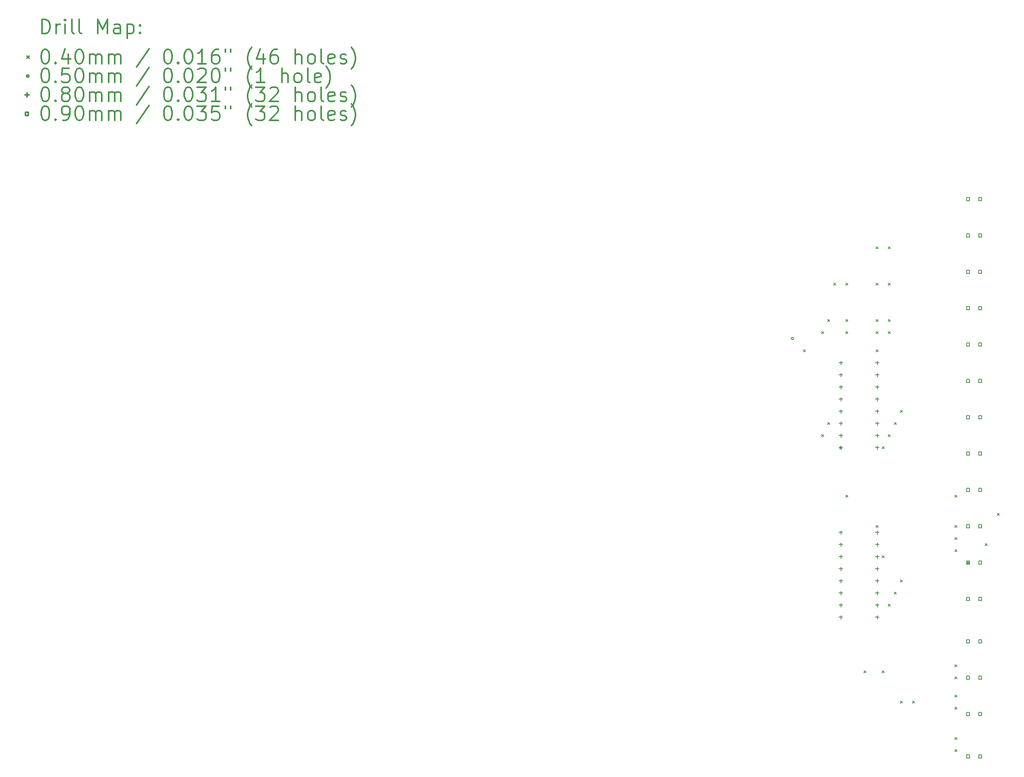
<source format=gbr>
%FSLAX45Y45*%
G04 Gerber Fmt 4.5, Leading zero omitted, Abs format (unit mm)*
G04 Created by KiCad (PCBNEW 4.0.7) date 03/23/18 20:36:35*
%MOMM*%
%LPD*%
G01*
G04 APERTURE LIST*
%ADD10C,0.127000*%
%ADD11C,0.200000*%
%ADD12C,0.300000*%
G04 APERTURE END LIST*
D10*
D11*
X16236000Y-7092000D02*
X16276000Y-7132000D01*
X16276000Y-7092000D02*
X16236000Y-7132000D01*
X16617000Y-6711000D02*
X16657000Y-6751000D01*
X16657000Y-6711000D02*
X16617000Y-6751000D01*
X16617000Y-8870000D02*
X16657000Y-8910000D01*
X16657000Y-8870000D02*
X16617000Y-8910000D01*
X16744000Y-6457000D02*
X16784000Y-6497000D01*
X16784000Y-6457000D02*
X16744000Y-6497000D01*
X16744000Y-8616000D02*
X16784000Y-8656000D01*
X16784000Y-8616000D02*
X16744000Y-8656000D01*
X16871000Y-5695000D02*
X16911000Y-5735000D01*
X16911000Y-5695000D02*
X16871000Y-5735000D01*
X16998000Y-9124000D02*
X17038000Y-9164000D01*
X17038000Y-9124000D02*
X16998000Y-9164000D01*
X17125000Y-5695000D02*
X17165000Y-5735000D01*
X17165000Y-5695000D02*
X17125000Y-5735000D01*
X17125000Y-6457000D02*
X17165000Y-6497000D01*
X17165000Y-6457000D02*
X17125000Y-6497000D01*
X17125000Y-6711000D02*
X17165000Y-6751000D01*
X17165000Y-6711000D02*
X17125000Y-6751000D01*
X17125000Y-10140000D02*
X17165000Y-10180000D01*
X17165000Y-10140000D02*
X17125000Y-10180000D01*
X17506000Y-13823000D02*
X17546000Y-13863000D01*
X17546000Y-13823000D02*
X17506000Y-13863000D01*
X17760000Y-4933000D02*
X17800000Y-4973000D01*
X17800000Y-4933000D02*
X17760000Y-4973000D01*
X17760000Y-5695000D02*
X17800000Y-5735000D01*
X17800000Y-5695000D02*
X17760000Y-5735000D01*
X17760000Y-6457000D02*
X17800000Y-6497000D01*
X17800000Y-6457000D02*
X17760000Y-6497000D01*
X17760000Y-6711000D02*
X17800000Y-6751000D01*
X17800000Y-6711000D02*
X17760000Y-6751000D01*
X17760000Y-7092000D02*
X17800000Y-7132000D01*
X17800000Y-7092000D02*
X17760000Y-7132000D01*
X17760000Y-10775000D02*
X17800000Y-10815000D01*
X17800000Y-10775000D02*
X17760000Y-10815000D01*
X17887000Y-9124000D02*
X17927000Y-9164000D01*
X17927000Y-9124000D02*
X17887000Y-9164000D01*
X17887000Y-11410000D02*
X17927000Y-11450000D01*
X17927000Y-11410000D02*
X17887000Y-11450000D01*
X17887000Y-13823000D02*
X17927000Y-13863000D01*
X17927000Y-13823000D02*
X17887000Y-13863000D01*
X18014000Y-4933000D02*
X18054000Y-4973000D01*
X18054000Y-4933000D02*
X18014000Y-4973000D01*
X18014000Y-5695000D02*
X18054000Y-5735000D01*
X18054000Y-5695000D02*
X18014000Y-5735000D01*
X18014000Y-6457000D02*
X18054000Y-6497000D01*
X18054000Y-6457000D02*
X18014000Y-6497000D01*
X18014000Y-6711000D02*
X18054000Y-6751000D01*
X18054000Y-6711000D02*
X18014000Y-6751000D01*
X18014000Y-8870000D02*
X18054000Y-8910000D01*
X18054000Y-8870000D02*
X18014000Y-8910000D01*
X18014000Y-12426000D02*
X18054000Y-12466000D01*
X18054000Y-12426000D02*
X18014000Y-12466000D01*
X18141000Y-8616000D02*
X18181000Y-8656000D01*
X18181000Y-8616000D02*
X18141000Y-8656000D01*
X18141000Y-12172000D02*
X18181000Y-12212000D01*
X18181000Y-12172000D02*
X18141000Y-12212000D01*
X18268000Y-8362000D02*
X18308000Y-8402000D01*
X18308000Y-8362000D02*
X18268000Y-8402000D01*
X18268000Y-11918000D02*
X18308000Y-11958000D01*
X18308000Y-11918000D02*
X18268000Y-11958000D01*
X18268000Y-14458000D02*
X18308000Y-14498000D01*
X18308000Y-14458000D02*
X18268000Y-14498000D01*
X18522000Y-14458000D02*
X18562000Y-14498000D01*
X18562000Y-14458000D02*
X18522000Y-14498000D01*
X19411000Y-10140000D02*
X19451000Y-10180000D01*
X19451000Y-10140000D02*
X19411000Y-10180000D01*
X19411000Y-10775000D02*
X19451000Y-10815000D01*
X19451000Y-10775000D02*
X19411000Y-10815000D01*
X19411000Y-11029000D02*
X19451000Y-11069000D01*
X19451000Y-11029000D02*
X19411000Y-11069000D01*
X19411000Y-11283000D02*
X19451000Y-11323000D01*
X19451000Y-11283000D02*
X19411000Y-11323000D01*
X19411000Y-13696000D02*
X19451000Y-13736000D01*
X19451000Y-13696000D02*
X19411000Y-13736000D01*
X19411000Y-13950000D02*
X19451000Y-13990000D01*
X19451000Y-13950000D02*
X19411000Y-13990000D01*
X19411000Y-14331000D02*
X19451000Y-14371000D01*
X19451000Y-14331000D02*
X19411000Y-14371000D01*
X19411000Y-14585000D02*
X19451000Y-14625000D01*
X19451000Y-14585000D02*
X19411000Y-14625000D01*
X19411000Y-15220000D02*
X19451000Y-15260000D01*
X19451000Y-15220000D02*
X19411000Y-15260000D01*
X19411000Y-15474000D02*
X19451000Y-15514000D01*
X19451000Y-15474000D02*
X19411000Y-15514000D01*
X19665000Y-11537000D02*
X19705000Y-11577000D01*
X19705000Y-11537000D02*
X19665000Y-11577000D01*
X20046000Y-11156000D02*
X20086000Y-11196000D01*
X20086000Y-11156000D02*
X20046000Y-11196000D01*
X20300000Y-10521000D02*
X20340000Y-10561000D01*
X20340000Y-10521000D02*
X20300000Y-10561000D01*
X16027000Y-6858000D02*
G75*
G03X16027000Y-6858000I-25000J0D01*
G01*
X17018000Y-7326000D02*
X17018000Y-7406000D01*
X16978000Y-7366000D02*
X17058000Y-7366000D01*
X17018000Y-7580000D02*
X17018000Y-7660000D01*
X16978000Y-7620000D02*
X17058000Y-7620000D01*
X17018000Y-7834000D02*
X17018000Y-7914000D01*
X16978000Y-7874000D02*
X17058000Y-7874000D01*
X17018000Y-8088000D02*
X17018000Y-8168000D01*
X16978000Y-8128000D02*
X17058000Y-8128000D01*
X17018000Y-8342000D02*
X17018000Y-8422000D01*
X16978000Y-8382000D02*
X17058000Y-8382000D01*
X17018000Y-8596000D02*
X17018000Y-8676000D01*
X16978000Y-8636000D02*
X17058000Y-8636000D01*
X17018000Y-8850000D02*
X17018000Y-8930000D01*
X16978000Y-8890000D02*
X17058000Y-8890000D01*
X17018000Y-9104000D02*
X17018000Y-9184000D01*
X16978000Y-9144000D02*
X17058000Y-9144000D01*
X17018000Y-10882000D02*
X17018000Y-10962000D01*
X16978000Y-10922000D02*
X17058000Y-10922000D01*
X17018000Y-11136000D02*
X17018000Y-11216000D01*
X16978000Y-11176000D02*
X17058000Y-11176000D01*
X17018000Y-11390000D02*
X17018000Y-11470000D01*
X16978000Y-11430000D02*
X17058000Y-11430000D01*
X17018000Y-11644000D02*
X17018000Y-11724000D01*
X16978000Y-11684000D02*
X17058000Y-11684000D01*
X17018000Y-11898000D02*
X17018000Y-11978000D01*
X16978000Y-11938000D02*
X17058000Y-11938000D01*
X17018000Y-12152000D02*
X17018000Y-12232000D01*
X16978000Y-12192000D02*
X17058000Y-12192000D01*
X17018000Y-12406000D02*
X17018000Y-12486000D01*
X16978000Y-12446000D02*
X17058000Y-12446000D01*
X17018000Y-12660000D02*
X17018000Y-12740000D01*
X16978000Y-12700000D02*
X17058000Y-12700000D01*
X17780000Y-7326000D02*
X17780000Y-7406000D01*
X17740000Y-7366000D02*
X17820000Y-7366000D01*
X17780000Y-7580000D02*
X17780000Y-7660000D01*
X17740000Y-7620000D02*
X17820000Y-7620000D01*
X17780000Y-7834000D02*
X17780000Y-7914000D01*
X17740000Y-7874000D02*
X17820000Y-7874000D01*
X17780000Y-8088000D02*
X17780000Y-8168000D01*
X17740000Y-8128000D02*
X17820000Y-8128000D01*
X17780000Y-8342000D02*
X17780000Y-8422000D01*
X17740000Y-8382000D02*
X17820000Y-8382000D01*
X17780000Y-8596000D02*
X17780000Y-8676000D01*
X17740000Y-8636000D02*
X17820000Y-8636000D01*
X17780000Y-8850000D02*
X17780000Y-8930000D01*
X17740000Y-8890000D02*
X17820000Y-8890000D01*
X17780000Y-9104000D02*
X17780000Y-9184000D01*
X17740000Y-9144000D02*
X17820000Y-9144000D01*
X17780000Y-10882000D02*
X17780000Y-10962000D01*
X17740000Y-10922000D02*
X17820000Y-10922000D01*
X17780000Y-11136000D02*
X17780000Y-11216000D01*
X17740000Y-11176000D02*
X17820000Y-11176000D01*
X17780000Y-11390000D02*
X17780000Y-11470000D01*
X17740000Y-11430000D02*
X17820000Y-11430000D01*
X17780000Y-11644000D02*
X17780000Y-11724000D01*
X17740000Y-11684000D02*
X17820000Y-11684000D01*
X17780000Y-11898000D02*
X17780000Y-11978000D01*
X17740000Y-11938000D02*
X17820000Y-11938000D01*
X17780000Y-12152000D02*
X17780000Y-12232000D01*
X17740000Y-12192000D02*
X17820000Y-12192000D01*
X17780000Y-12406000D02*
X17780000Y-12486000D01*
X17740000Y-12446000D02*
X17820000Y-12446000D01*
X17780000Y-12660000D02*
X17780000Y-12740000D01*
X17740000Y-12700000D02*
X17820000Y-12700000D01*
X19716820Y-3968820D02*
X19716820Y-3905180D01*
X19653180Y-3905180D01*
X19653180Y-3968820D01*
X19716820Y-3968820D01*
X19716820Y-4730820D02*
X19716820Y-4667180D01*
X19653180Y-4667180D01*
X19653180Y-4730820D01*
X19716820Y-4730820D01*
X19716820Y-5492820D02*
X19716820Y-5429180D01*
X19653180Y-5429180D01*
X19653180Y-5492820D01*
X19716820Y-5492820D01*
X19716820Y-6254820D02*
X19716820Y-6191180D01*
X19653180Y-6191180D01*
X19653180Y-6254820D01*
X19716820Y-6254820D01*
X19716820Y-7016820D02*
X19716820Y-6953180D01*
X19653180Y-6953180D01*
X19653180Y-7016820D01*
X19716820Y-7016820D01*
X19716820Y-7778820D02*
X19716820Y-7715180D01*
X19653180Y-7715180D01*
X19653180Y-7778820D01*
X19716820Y-7778820D01*
X19716820Y-8540820D02*
X19716820Y-8477180D01*
X19653180Y-8477180D01*
X19653180Y-8540820D01*
X19716820Y-8540820D01*
X19716820Y-9302820D02*
X19716820Y-9239180D01*
X19653180Y-9239180D01*
X19653180Y-9302820D01*
X19716820Y-9302820D01*
X19716820Y-10064820D02*
X19716820Y-10001180D01*
X19653180Y-10001180D01*
X19653180Y-10064820D01*
X19716820Y-10064820D01*
X19716820Y-10826820D02*
X19716820Y-10763180D01*
X19653180Y-10763180D01*
X19653180Y-10826820D01*
X19716820Y-10826820D01*
X19716820Y-11588820D02*
X19716820Y-11525180D01*
X19653180Y-11525180D01*
X19653180Y-11588820D01*
X19716820Y-11588820D01*
X19716820Y-12350820D02*
X19716820Y-12287180D01*
X19653180Y-12287180D01*
X19653180Y-12350820D01*
X19716820Y-12350820D01*
X19716820Y-13239820D02*
X19716820Y-13176180D01*
X19653180Y-13176180D01*
X19653180Y-13239820D01*
X19716820Y-13239820D01*
X19716820Y-14001820D02*
X19716820Y-13938180D01*
X19653180Y-13938180D01*
X19653180Y-14001820D01*
X19716820Y-14001820D01*
X19716820Y-14763820D02*
X19716820Y-14700180D01*
X19653180Y-14700180D01*
X19653180Y-14763820D01*
X19716820Y-14763820D01*
X19716820Y-15652820D02*
X19716820Y-15589180D01*
X19653180Y-15589180D01*
X19653180Y-15652820D01*
X19716820Y-15652820D01*
X19970820Y-3968820D02*
X19970820Y-3905180D01*
X19907180Y-3905180D01*
X19907180Y-3968820D01*
X19970820Y-3968820D01*
X19970820Y-4730820D02*
X19970820Y-4667180D01*
X19907180Y-4667180D01*
X19907180Y-4730820D01*
X19970820Y-4730820D01*
X19970820Y-5492820D02*
X19970820Y-5429180D01*
X19907180Y-5429180D01*
X19907180Y-5492820D01*
X19970820Y-5492820D01*
X19970820Y-6254820D02*
X19970820Y-6191180D01*
X19907180Y-6191180D01*
X19907180Y-6254820D01*
X19970820Y-6254820D01*
X19970820Y-7016820D02*
X19970820Y-6953180D01*
X19907180Y-6953180D01*
X19907180Y-7016820D01*
X19970820Y-7016820D01*
X19970820Y-7778820D02*
X19970820Y-7715180D01*
X19907180Y-7715180D01*
X19907180Y-7778820D01*
X19970820Y-7778820D01*
X19970820Y-8540820D02*
X19970820Y-8477180D01*
X19907180Y-8477180D01*
X19907180Y-8540820D01*
X19970820Y-8540820D01*
X19970820Y-9302820D02*
X19970820Y-9239180D01*
X19907180Y-9239180D01*
X19907180Y-9302820D01*
X19970820Y-9302820D01*
X19970820Y-10064820D02*
X19970820Y-10001180D01*
X19907180Y-10001180D01*
X19907180Y-10064820D01*
X19970820Y-10064820D01*
X19970820Y-10826820D02*
X19970820Y-10763180D01*
X19907180Y-10763180D01*
X19907180Y-10826820D01*
X19970820Y-10826820D01*
X19970820Y-11588820D02*
X19970820Y-11525180D01*
X19907180Y-11525180D01*
X19907180Y-11588820D01*
X19970820Y-11588820D01*
X19970820Y-12350820D02*
X19970820Y-12287180D01*
X19907180Y-12287180D01*
X19907180Y-12350820D01*
X19970820Y-12350820D01*
X19970820Y-13239820D02*
X19970820Y-13176180D01*
X19907180Y-13176180D01*
X19907180Y-13239820D01*
X19970820Y-13239820D01*
X19970820Y-14001820D02*
X19970820Y-13938180D01*
X19907180Y-13938180D01*
X19907180Y-14001820D01*
X19970820Y-14001820D01*
X19970820Y-14763820D02*
X19970820Y-14700180D01*
X19907180Y-14700180D01*
X19907180Y-14763820D01*
X19970820Y-14763820D01*
X19970820Y-15652820D02*
X19970820Y-15589180D01*
X19907180Y-15589180D01*
X19907180Y-15652820D01*
X19970820Y-15652820D01*
D12*
X271429Y-465714D02*
X271429Y-165714D01*
X342857Y-165714D01*
X385714Y-180000D01*
X414286Y-208571D01*
X428571Y-237143D01*
X442857Y-294286D01*
X442857Y-337143D01*
X428571Y-394286D01*
X414286Y-422857D01*
X385714Y-451429D01*
X342857Y-465714D01*
X271429Y-465714D01*
X571429Y-465714D02*
X571429Y-265714D01*
X571429Y-322857D02*
X585714Y-294286D01*
X600000Y-280000D01*
X628571Y-265714D01*
X657143Y-265714D01*
X757143Y-465714D02*
X757143Y-265714D01*
X757143Y-165714D02*
X742857Y-180000D01*
X757143Y-194286D01*
X771429Y-180000D01*
X757143Y-165714D01*
X757143Y-194286D01*
X942857Y-465714D02*
X914286Y-451429D01*
X900000Y-422857D01*
X900000Y-165714D01*
X1100000Y-465714D02*
X1071429Y-451429D01*
X1057143Y-422857D01*
X1057143Y-165714D01*
X1442857Y-465714D02*
X1442857Y-165714D01*
X1542857Y-380000D01*
X1642857Y-165714D01*
X1642857Y-465714D01*
X1914286Y-465714D02*
X1914286Y-308571D01*
X1900000Y-280000D01*
X1871429Y-265714D01*
X1814286Y-265714D01*
X1785714Y-280000D01*
X1914286Y-451429D02*
X1885714Y-465714D01*
X1814286Y-465714D01*
X1785714Y-451429D01*
X1771429Y-422857D01*
X1771429Y-394286D01*
X1785714Y-365714D01*
X1814286Y-351429D01*
X1885714Y-351429D01*
X1914286Y-337143D01*
X2057143Y-265714D02*
X2057143Y-565714D01*
X2057143Y-280000D02*
X2085714Y-265714D01*
X2142857Y-265714D01*
X2171429Y-280000D01*
X2185714Y-294286D01*
X2200000Y-322857D01*
X2200000Y-408571D01*
X2185714Y-437143D01*
X2171429Y-451429D01*
X2142857Y-465714D01*
X2085714Y-465714D01*
X2057143Y-451429D01*
X2328572Y-437143D02*
X2342857Y-451429D01*
X2328572Y-465714D01*
X2314286Y-451429D01*
X2328572Y-437143D01*
X2328572Y-465714D01*
X2328572Y-280000D02*
X2342857Y-294286D01*
X2328572Y-308571D01*
X2314286Y-294286D01*
X2328572Y-280000D01*
X2328572Y-308571D01*
X-40000Y-940000D02*
X0Y-980000D01*
X0Y-940000D02*
X-40000Y-980000D01*
X328571Y-795714D02*
X357143Y-795714D01*
X385714Y-810000D01*
X400000Y-824286D01*
X414286Y-852857D01*
X428571Y-910000D01*
X428571Y-981429D01*
X414286Y-1038571D01*
X400000Y-1067143D01*
X385714Y-1081429D01*
X357143Y-1095714D01*
X328571Y-1095714D01*
X300000Y-1081429D01*
X285714Y-1067143D01*
X271429Y-1038571D01*
X257143Y-981429D01*
X257143Y-910000D01*
X271429Y-852857D01*
X285714Y-824286D01*
X300000Y-810000D01*
X328571Y-795714D01*
X557143Y-1067143D02*
X571429Y-1081429D01*
X557143Y-1095714D01*
X542857Y-1081429D01*
X557143Y-1067143D01*
X557143Y-1095714D01*
X828571Y-895714D02*
X828571Y-1095714D01*
X757143Y-781429D02*
X685714Y-995714D01*
X871428Y-995714D01*
X1042857Y-795714D02*
X1071429Y-795714D01*
X1100000Y-810000D01*
X1114286Y-824286D01*
X1128571Y-852857D01*
X1142857Y-910000D01*
X1142857Y-981429D01*
X1128571Y-1038571D01*
X1114286Y-1067143D01*
X1100000Y-1081429D01*
X1071429Y-1095714D01*
X1042857Y-1095714D01*
X1014286Y-1081429D01*
X1000000Y-1067143D01*
X985714Y-1038571D01*
X971429Y-981429D01*
X971429Y-910000D01*
X985714Y-852857D01*
X1000000Y-824286D01*
X1014286Y-810000D01*
X1042857Y-795714D01*
X1271429Y-1095714D02*
X1271429Y-895714D01*
X1271429Y-924286D02*
X1285714Y-910000D01*
X1314286Y-895714D01*
X1357143Y-895714D01*
X1385714Y-910000D01*
X1400000Y-938571D01*
X1400000Y-1095714D01*
X1400000Y-938571D02*
X1414286Y-910000D01*
X1442857Y-895714D01*
X1485714Y-895714D01*
X1514286Y-910000D01*
X1528571Y-938571D01*
X1528571Y-1095714D01*
X1671429Y-1095714D02*
X1671429Y-895714D01*
X1671429Y-924286D02*
X1685714Y-910000D01*
X1714286Y-895714D01*
X1757143Y-895714D01*
X1785714Y-910000D01*
X1800000Y-938571D01*
X1800000Y-1095714D01*
X1800000Y-938571D02*
X1814286Y-910000D01*
X1842857Y-895714D01*
X1885714Y-895714D01*
X1914286Y-910000D01*
X1928571Y-938571D01*
X1928571Y-1095714D01*
X2514286Y-781429D02*
X2257143Y-1167143D01*
X2900000Y-795714D02*
X2928571Y-795714D01*
X2957143Y-810000D01*
X2971428Y-824286D01*
X2985714Y-852857D01*
X3000000Y-910000D01*
X3000000Y-981429D01*
X2985714Y-1038571D01*
X2971428Y-1067143D01*
X2957143Y-1081429D01*
X2928571Y-1095714D01*
X2900000Y-1095714D01*
X2871428Y-1081429D01*
X2857143Y-1067143D01*
X2842857Y-1038571D01*
X2828571Y-981429D01*
X2828571Y-910000D01*
X2842857Y-852857D01*
X2857143Y-824286D01*
X2871428Y-810000D01*
X2900000Y-795714D01*
X3128571Y-1067143D02*
X3142857Y-1081429D01*
X3128571Y-1095714D01*
X3114286Y-1081429D01*
X3128571Y-1067143D01*
X3128571Y-1095714D01*
X3328571Y-795714D02*
X3357143Y-795714D01*
X3385714Y-810000D01*
X3400000Y-824286D01*
X3414286Y-852857D01*
X3428571Y-910000D01*
X3428571Y-981429D01*
X3414286Y-1038571D01*
X3400000Y-1067143D01*
X3385714Y-1081429D01*
X3357143Y-1095714D01*
X3328571Y-1095714D01*
X3300000Y-1081429D01*
X3285714Y-1067143D01*
X3271428Y-1038571D01*
X3257143Y-981429D01*
X3257143Y-910000D01*
X3271428Y-852857D01*
X3285714Y-824286D01*
X3300000Y-810000D01*
X3328571Y-795714D01*
X3714286Y-1095714D02*
X3542857Y-1095714D01*
X3628571Y-1095714D02*
X3628571Y-795714D01*
X3600000Y-838571D01*
X3571428Y-867143D01*
X3542857Y-881429D01*
X3971428Y-795714D02*
X3914286Y-795714D01*
X3885714Y-810000D01*
X3871428Y-824286D01*
X3842857Y-867143D01*
X3828571Y-924286D01*
X3828571Y-1038571D01*
X3842857Y-1067143D01*
X3857143Y-1081429D01*
X3885714Y-1095714D01*
X3942857Y-1095714D01*
X3971428Y-1081429D01*
X3985714Y-1067143D01*
X4000000Y-1038571D01*
X4000000Y-967143D01*
X3985714Y-938571D01*
X3971428Y-924286D01*
X3942857Y-910000D01*
X3885714Y-910000D01*
X3857143Y-924286D01*
X3842857Y-938571D01*
X3828571Y-967143D01*
X4114286Y-795714D02*
X4114286Y-852857D01*
X4228571Y-795714D02*
X4228571Y-852857D01*
X4671429Y-1210000D02*
X4657143Y-1195714D01*
X4628571Y-1152857D01*
X4614286Y-1124286D01*
X4600000Y-1081429D01*
X4585714Y-1010000D01*
X4585714Y-952857D01*
X4600000Y-881429D01*
X4614286Y-838571D01*
X4628571Y-810000D01*
X4657143Y-767143D01*
X4671429Y-752857D01*
X4914286Y-895714D02*
X4914286Y-1095714D01*
X4842857Y-781429D02*
X4771429Y-995714D01*
X4957143Y-995714D01*
X5200000Y-795714D02*
X5142857Y-795714D01*
X5114286Y-810000D01*
X5100000Y-824286D01*
X5071429Y-867143D01*
X5057143Y-924286D01*
X5057143Y-1038571D01*
X5071429Y-1067143D01*
X5085714Y-1081429D01*
X5114286Y-1095714D01*
X5171429Y-1095714D01*
X5200000Y-1081429D01*
X5214286Y-1067143D01*
X5228571Y-1038571D01*
X5228571Y-967143D01*
X5214286Y-938571D01*
X5200000Y-924286D01*
X5171429Y-910000D01*
X5114286Y-910000D01*
X5085714Y-924286D01*
X5071429Y-938571D01*
X5057143Y-967143D01*
X5585714Y-1095714D02*
X5585714Y-795714D01*
X5714286Y-1095714D02*
X5714286Y-938571D01*
X5700000Y-910000D01*
X5671428Y-895714D01*
X5628571Y-895714D01*
X5600000Y-910000D01*
X5585714Y-924286D01*
X5900000Y-1095714D02*
X5871428Y-1081429D01*
X5857143Y-1067143D01*
X5842857Y-1038571D01*
X5842857Y-952857D01*
X5857143Y-924286D01*
X5871428Y-910000D01*
X5900000Y-895714D01*
X5942857Y-895714D01*
X5971428Y-910000D01*
X5985714Y-924286D01*
X6000000Y-952857D01*
X6000000Y-1038571D01*
X5985714Y-1067143D01*
X5971428Y-1081429D01*
X5942857Y-1095714D01*
X5900000Y-1095714D01*
X6171428Y-1095714D02*
X6142857Y-1081429D01*
X6128571Y-1052857D01*
X6128571Y-795714D01*
X6400000Y-1081429D02*
X6371429Y-1095714D01*
X6314286Y-1095714D01*
X6285714Y-1081429D01*
X6271429Y-1052857D01*
X6271429Y-938571D01*
X6285714Y-910000D01*
X6314286Y-895714D01*
X6371429Y-895714D01*
X6400000Y-910000D01*
X6414286Y-938571D01*
X6414286Y-967143D01*
X6271429Y-995714D01*
X6528571Y-1081429D02*
X6557143Y-1095714D01*
X6614286Y-1095714D01*
X6642857Y-1081429D01*
X6657143Y-1052857D01*
X6657143Y-1038571D01*
X6642857Y-1010000D01*
X6614286Y-995714D01*
X6571429Y-995714D01*
X6542857Y-981429D01*
X6528571Y-952857D01*
X6528571Y-938571D01*
X6542857Y-910000D01*
X6571429Y-895714D01*
X6614286Y-895714D01*
X6642857Y-910000D01*
X6757143Y-1210000D02*
X6771429Y-1195714D01*
X6800000Y-1152857D01*
X6814286Y-1124286D01*
X6828571Y-1081429D01*
X6842857Y-1010000D01*
X6842857Y-952857D01*
X6828571Y-881429D01*
X6814286Y-838571D01*
X6800000Y-810000D01*
X6771429Y-767143D01*
X6757143Y-752857D01*
X0Y-1356000D02*
G75*
G03X0Y-1356000I-25000J0D01*
G01*
X328571Y-1191714D02*
X357143Y-1191714D01*
X385714Y-1206000D01*
X400000Y-1220286D01*
X414286Y-1248857D01*
X428571Y-1306000D01*
X428571Y-1377429D01*
X414286Y-1434571D01*
X400000Y-1463143D01*
X385714Y-1477429D01*
X357143Y-1491714D01*
X328571Y-1491714D01*
X300000Y-1477429D01*
X285714Y-1463143D01*
X271429Y-1434571D01*
X257143Y-1377429D01*
X257143Y-1306000D01*
X271429Y-1248857D01*
X285714Y-1220286D01*
X300000Y-1206000D01*
X328571Y-1191714D01*
X557143Y-1463143D02*
X571429Y-1477429D01*
X557143Y-1491714D01*
X542857Y-1477429D01*
X557143Y-1463143D01*
X557143Y-1491714D01*
X842857Y-1191714D02*
X700000Y-1191714D01*
X685714Y-1334571D01*
X700000Y-1320286D01*
X728571Y-1306000D01*
X800000Y-1306000D01*
X828571Y-1320286D01*
X842857Y-1334571D01*
X857143Y-1363143D01*
X857143Y-1434571D01*
X842857Y-1463143D01*
X828571Y-1477429D01*
X800000Y-1491714D01*
X728571Y-1491714D01*
X700000Y-1477429D01*
X685714Y-1463143D01*
X1042857Y-1191714D02*
X1071429Y-1191714D01*
X1100000Y-1206000D01*
X1114286Y-1220286D01*
X1128571Y-1248857D01*
X1142857Y-1306000D01*
X1142857Y-1377429D01*
X1128571Y-1434571D01*
X1114286Y-1463143D01*
X1100000Y-1477429D01*
X1071429Y-1491714D01*
X1042857Y-1491714D01*
X1014286Y-1477429D01*
X1000000Y-1463143D01*
X985714Y-1434571D01*
X971429Y-1377429D01*
X971429Y-1306000D01*
X985714Y-1248857D01*
X1000000Y-1220286D01*
X1014286Y-1206000D01*
X1042857Y-1191714D01*
X1271429Y-1491714D02*
X1271429Y-1291714D01*
X1271429Y-1320286D02*
X1285714Y-1306000D01*
X1314286Y-1291714D01*
X1357143Y-1291714D01*
X1385714Y-1306000D01*
X1400000Y-1334571D01*
X1400000Y-1491714D01*
X1400000Y-1334571D02*
X1414286Y-1306000D01*
X1442857Y-1291714D01*
X1485714Y-1291714D01*
X1514286Y-1306000D01*
X1528571Y-1334571D01*
X1528571Y-1491714D01*
X1671429Y-1491714D02*
X1671429Y-1291714D01*
X1671429Y-1320286D02*
X1685714Y-1306000D01*
X1714286Y-1291714D01*
X1757143Y-1291714D01*
X1785714Y-1306000D01*
X1800000Y-1334571D01*
X1800000Y-1491714D01*
X1800000Y-1334571D02*
X1814286Y-1306000D01*
X1842857Y-1291714D01*
X1885714Y-1291714D01*
X1914286Y-1306000D01*
X1928571Y-1334571D01*
X1928571Y-1491714D01*
X2514286Y-1177429D02*
X2257143Y-1563143D01*
X2900000Y-1191714D02*
X2928571Y-1191714D01*
X2957143Y-1206000D01*
X2971428Y-1220286D01*
X2985714Y-1248857D01*
X3000000Y-1306000D01*
X3000000Y-1377429D01*
X2985714Y-1434571D01*
X2971428Y-1463143D01*
X2957143Y-1477429D01*
X2928571Y-1491714D01*
X2900000Y-1491714D01*
X2871428Y-1477429D01*
X2857143Y-1463143D01*
X2842857Y-1434571D01*
X2828571Y-1377429D01*
X2828571Y-1306000D01*
X2842857Y-1248857D01*
X2857143Y-1220286D01*
X2871428Y-1206000D01*
X2900000Y-1191714D01*
X3128571Y-1463143D02*
X3142857Y-1477429D01*
X3128571Y-1491714D01*
X3114286Y-1477429D01*
X3128571Y-1463143D01*
X3128571Y-1491714D01*
X3328571Y-1191714D02*
X3357143Y-1191714D01*
X3385714Y-1206000D01*
X3400000Y-1220286D01*
X3414286Y-1248857D01*
X3428571Y-1306000D01*
X3428571Y-1377429D01*
X3414286Y-1434571D01*
X3400000Y-1463143D01*
X3385714Y-1477429D01*
X3357143Y-1491714D01*
X3328571Y-1491714D01*
X3300000Y-1477429D01*
X3285714Y-1463143D01*
X3271428Y-1434571D01*
X3257143Y-1377429D01*
X3257143Y-1306000D01*
X3271428Y-1248857D01*
X3285714Y-1220286D01*
X3300000Y-1206000D01*
X3328571Y-1191714D01*
X3542857Y-1220286D02*
X3557143Y-1206000D01*
X3585714Y-1191714D01*
X3657143Y-1191714D01*
X3685714Y-1206000D01*
X3700000Y-1220286D01*
X3714286Y-1248857D01*
X3714286Y-1277429D01*
X3700000Y-1320286D01*
X3528571Y-1491714D01*
X3714286Y-1491714D01*
X3900000Y-1191714D02*
X3928571Y-1191714D01*
X3957143Y-1206000D01*
X3971428Y-1220286D01*
X3985714Y-1248857D01*
X4000000Y-1306000D01*
X4000000Y-1377429D01*
X3985714Y-1434571D01*
X3971428Y-1463143D01*
X3957143Y-1477429D01*
X3928571Y-1491714D01*
X3900000Y-1491714D01*
X3871428Y-1477429D01*
X3857143Y-1463143D01*
X3842857Y-1434571D01*
X3828571Y-1377429D01*
X3828571Y-1306000D01*
X3842857Y-1248857D01*
X3857143Y-1220286D01*
X3871428Y-1206000D01*
X3900000Y-1191714D01*
X4114286Y-1191714D02*
X4114286Y-1248857D01*
X4228571Y-1191714D02*
X4228571Y-1248857D01*
X4671429Y-1606000D02*
X4657143Y-1591714D01*
X4628571Y-1548857D01*
X4614286Y-1520286D01*
X4600000Y-1477429D01*
X4585714Y-1406000D01*
X4585714Y-1348857D01*
X4600000Y-1277429D01*
X4614286Y-1234571D01*
X4628571Y-1206000D01*
X4657143Y-1163143D01*
X4671429Y-1148857D01*
X4942857Y-1491714D02*
X4771429Y-1491714D01*
X4857143Y-1491714D02*
X4857143Y-1191714D01*
X4828571Y-1234571D01*
X4800000Y-1263143D01*
X4771429Y-1277429D01*
X5300000Y-1491714D02*
X5300000Y-1191714D01*
X5428571Y-1491714D02*
X5428571Y-1334571D01*
X5414286Y-1306000D01*
X5385714Y-1291714D01*
X5342857Y-1291714D01*
X5314286Y-1306000D01*
X5300000Y-1320286D01*
X5614286Y-1491714D02*
X5585714Y-1477429D01*
X5571429Y-1463143D01*
X5557143Y-1434571D01*
X5557143Y-1348857D01*
X5571429Y-1320286D01*
X5585714Y-1306000D01*
X5614286Y-1291714D01*
X5657143Y-1291714D01*
X5685714Y-1306000D01*
X5700000Y-1320286D01*
X5714286Y-1348857D01*
X5714286Y-1434571D01*
X5700000Y-1463143D01*
X5685714Y-1477429D01*
X5657143Y-1491714D01*
X5614286Y-1491714D01*
X5885714Y-1491714D02*
X5857143Y-1477429D01*
X5842857Y-1448857D01*
X5842857Y-1191714D01*
X6114286Y-1477429D02*
X6085714Y-1491714D01*
X6028571Y-1491714D01*
X6000000Y-1477429D01*
X5985714Y-1448857D01*
X5985714Y-1334571D01*
X6000000Y-1306000D01*
X6028571Y-1291714D01*
X6085714Y-1291714D01*
X6114286Y-1306000D01*
X6128571Y-1334571D01*
X6128571Y-1363143D01*
X5985714Y-1391714D01*
X6228571Y-1606000D02*
X6242857Y-1591714D01*
X6271429Y-1548857D01*
X6285714Y-1520286D01*
X6300000Y-1477429D01*
X6314286Y-1406000D01*
X6314286Y-1348857D01*
X6300000Y-1277429D01*
X6285714Y-1234571D01*
X6271429Y-1206000D01*
X6242857Y-1163143D01*
X6228571Y-1148857D01*
X-40000Y-1712000D02*
X-40000Y-1792000D01*
X-80000Y-1752000D02*
X0Y-1752000D01*
X328571Y-1587714D02*
X357143Y-1587714D01*
X385714Y-1602000D01*
X400000Y-1616286D01*
X414286Y-1644857D01*
X428571Y-1702000D01*
X428571Y-1773429D01*
X414286Y-1830571D01*
X400000Y-1859143D01*
X385714Y-1873429D01*
X357143Y-1887714D01*
X328571Y-1887714D01*
X300000Y-1873429D01*
X285714Y-1859143D01*
X271429Y-1830571D01*
X257143Y-1773429D01*
X257143Y-1702000D01*
X271429Y-1644857D01*
X285714Y-1616286D01*
X300000Y-1602000D01*
X328571Y-1587714D01*
X557143Y-1859143D02*
X571429Y-1873429D01*
X557143Y-1887714D01*
X542857Y-1873429D01*
X557143Y-1859143D01*
X557143Y-1887714D01*
X742857Y-1716286D02*
X714286Y-1702000D01*
X700000Y-1687714D01*
X685714Y-1659143D01*
X685714Y-1644857D01*
X700000Y-1616286D01*
X714286Y-1602000D01*
X742857Y-1587714D01*
X800000Y-1587714D01*
X828571Y-1602000D01*
X842857Y-1616286D01*
X857143Y-1644857D01*
X857143Y-1659143D01*
X842857Y-1687714D01*
X828571Y-1702000D01*
X800000Y-1716286D01*
X742857Y-1716286D01*
X714286Y-1730571D01*
X700000Y-1744857D01*
X685714Y-1773429D01*
X685714Y-1830571D01*
X700000Y-1859143D01*
X714286Y-1873429D01*
X742857Y-1887714D01*
X800000Y-1887714D01*
X828571Y-1873429D01*
X842857Y-1859143D01*
X857143Y-1830571D01*
X857143Y-1773429D01*
X842857Y-1744857D01*
X828571Y-1730571D01*
X800000Y-1716286D01*
X1042857Y-1587714D02*
X1071429Y-1587714D01*
X1100000Y-1602000D01*
X1114286Y-1616286D01*
X1128571Y-1644857D01*
X1142857Y-1702000D01*
X1142857Y-1773429D01*
X1128571Y-1830571D01*
X1114286Y-1859143D01*
X1100000Y-1873429D01*
X1071429Y-1887714D01*
X1042857Y-1887714D01*
X1014286Y-1873429D01*
X1000000Y-1859143D01*
X985714Y-1830571D01*
X971429Y-1773429D01*
X971429Y-1702000D01*
X985714Y-1644857D01*
X1000000Y-1616286D01*
X1014286Y-1602000D01*
X1042857Y-1587714D01*
X1271429Y-1887714D02*
X1271429Y-1687714D01*
X1271429Y-1716286D02*
X1285714Y-1702000D01*
X1314286Y-1687714D01*
X1357143Y-1687714D01*
X1385714Y-1702000D01*
X1400000Y-1730571D01*
X1400000Y-1887714D01*
X1400000Y-1730571D02*
X1414286Y-1702000D01*
X1442857Y-1687714D01*
X1485714Y-1687714D01*
X1514286Y-1702000D01*
X1528571Y-1730571D01*
X1528571Y-1887714D01*
X1671429Y-1887714D02*
X1671429Y-1687714D01*
X1671429Y-1716286D02*
X1685714Y-1702000D01*
X1714286Y-1687714D01*
X1757143Y-1687714D01*
X1785714Y-1702000D01*
X1800000Y-1730571D01*
X1800000Y-1887714D01*
X1800000Y-1730571D02*
X1814286Y-1702000D01*
X1842857Y-1687714D01*
X1885714Y-1687714D01*
X1914286Y-1702000D01*
X1928571Y-1730571D01*
X1928571Y-1887714D01*
X2514286Y-1573429D02*
X2257143Y-1959143D01*
X2900000Y-1587714D02*
X2928571Y-1587714D01*
X2957143Y-1602000D01*
X2971428Y-1616286D01*
X2985714Y-1644857D01*
X3000000Y-1702000D01*
X3000000Y-1773429D01*
X2985714Y-1830571D01*
X2971428Y-1859143D01*
X2957143Y-1873429D01*
X2928571Y-1887714D01*
X2900000Y-1887714D01*
X2871428Y-1873429D01*
X2857143Y-1859143D01*
X2842857Y-1830571D01*
X2828571Y-1773429D01*
X2828571Y-1702000D01*
X2842857Y-1644857D01*
X2857143Y-1616286D01*
X2871428Y-1602000D01*
X2900000Y-1587714D01*
X3128571Y-1859143D02*
X3142857Y-1873429D01*
X3128571Y-1887714D01*
X3114286Y-1873429D01*
X3128571Y-1859143D01*
X3128571Y-1887714D01*
X3328571Y-1587714D02*
X3357143Y-1587714D01*
X3385714Y-1602000D01*
X3400000Y-1616286D01*
X3414286Y-1644857D01*
X3428571Y-1702000D01*
X3428571Y-1773429D01*
X3414286Y-1830571D01*
X3400000Y-1859143D01*
X3385714Y-1873429D01*
X3357143Y-1887714D01*
X3328571Y-1887714D01*
X3300000Y-1873429D01*
X3285714Y-1859143D01*
X3271428Y-1830571D01*
X3257143Y-1773429D01*
X3257143Y-1702000D01*
X3271428Y-1644857D01*
X3285714Y-1616286D01*
X3300000Y-1602000D01*
X3328571Y-1587714D01*
X3528571Y-1587714D02*
X3714286Y-1587714D01*
X3614286Y-1702000D01*
X3657143Y-1702000D01*
X3685714Y-1716286D01*
X3700000Y-1730571D01*
X3714286Y-1759143D01*
X3714286Y-1830571D01*
X3700000Y-1859143D01*
X3685714Y-1873429D01*
X3657143Y-1887714D01*
X3571428Y-1887714D01*
X3542857Y-1873429D01*
X3528571Y-1859143D01*
X4000000Y-1887714D02*
X3828571Y-1887714D01*
X3914286Y-1887714D02*
X3914286Y-1587714D01*
X3885714Y-1630571D01*
X3857143Y-1659143D01*
X3828571Y-1673429D01*
X4114286Y-1587714D02*
X4114286Y-1644857D01*
X4228571Y-1587714D02*
X4228571Y-1644857D01*
X4671429Y-2002000D02*
X4657143Y-1987714D01*
X4628571Y-1944857D01*
X4614286Y-1916286D01*
X4600000Y-1873429D01*
X4585714Y-1802000D01*
X4585714Y-1744857D01*
X4600000Y-1673429D01*
X4614286Y-1630571D01*
X4628571Y-1602000D01*
X4657143Y-1559143D01*
X4671429Y-1544857D01*
X4757143Y-1587714D02*
X4942857Y-1587714D01*
X4842857Y-1702000D01*
X4885714Y-1702000D01*
X4914286Y-1716286D01*
X4928571Y-1730571D01*
X4942857Y-1759143D01*
X4942857Y-1830571D01*
X4928571Y-1859143D01*
X4914286Y-1873429D01*
X4885714Y-1887714D01*
X4800000Y-1887714D01*
X4771429Y-1873429D01*
X4757143Y-1859143D01*
X5057143Y-1616286D02*
X5071429Y-1602000D01*
X5100000Y-1587714D01*
X5171429Y-1587714D01*
X5200000Y-1602000D01*
X5214286Y-1616286D01*
X5228571Y-1644857D01*
X5228571Y-1673429D01*
X5214286Y-1716286D01*
X5042857Y-1887714D01*
X5228571Y-1887714D01*
X5585714Y-1887714D02*
X5585714Y-1587714D01*
X5714286Y-1887714D02*
X5714286Y-1730571D01*
X5700000Y-1702000D01*
X5671428Y-1687714D01*
X5628571Y-1687714D01*
X5600000Y-1702000D01*
X5585714Y-1716286D01*
X5900000Y-1887714D02*
X5871428Y-1873429D01*
X5857143Y-1859143D01*
X5842857Y-1830571D01*
X5842857Y-1744857D01*
X5857143Y-1716286D01*
X5871428Y-1702000D01*
X5900000Y-1687714D01*
X5942857Y-1687714D01*
X5971428Y-1702000D01*
X5985714Y-1716286D01*
X6000000Y-1744857D01*
X6000000Y-1830571D01*
X5985714Y-1859143D01*
X5971428Y-1873429D01*
X5942857Y-1887714D01*
X5900000Y-1887714D01*
X6171428Y-1887714D02*
X6142857Y-1873429D01*
X6128571Y-1844857D01*
X6128571Y-1587714D01*
X6400000Y-1873429D02*
X6371429Y-1887714D01*
X6314286Y-1887714D01*
X6285714Y-1873429D01*
X6271429Y-1844857D01*
X6271429Y-1730571D01*
X6285714Y-1702000D01*
X6314286Y-1687714D01*
X6371429Y-1687714D01*
X6400000Y-1702000D01*
X6414286Y-1730571D01*
X6414286Y-1759143D01*
X6271429Y-1787714D01*
X6528571Y-1873429D02*
X6557143Y-1887714D01*
X6614286Y-1887714D01*
X6642857Y-1873429D01*
X6657143Y-1844857D01*
X6657143Y-1830571D01*
X6642857Y-1802000D01*
X6614286Y-1787714D01*
X6571429Y-1787714D01*
X6542857Y-1773429D01*
X6528571Y-1744857D01*
X6528571Y-1730571D01*
X6542857Y-1702000D01*
X6571429Y-1687714D01*
X6614286Y-1687714D01*
X6642857Y-1702000D01*
X6757143Y-2002000D02*
X6771429Y-1987714D01*
X6800000Y-1944857D01*
X6814286Y-1916286D01*
X6828571Y-1873429D01*
X6842857Y-1802000D01*
X6842857Y-1744857D01*
X6828571Y-1673429D01*
X6814286Y-1630571D01*
X6800000Y-1602000D01*
X6771429Y-1559143D01*
X6757143Y-1544857D01*
X-13180Y-2179820D02*
X-13180Y-2116180D01*
X-76820Y-2116180D01*
X-76820Y-2179820D01*
X-13180Y-2179820D01*
X328571Y-1983714D02*
X357143Y-1983714D01*
X385714Y-1998000D01*
X400000Y-2012286D01*
X414286Y-2040857D01*
X428571Y-2098000D01*
X428571Y-2169429D01*
X414286Y-2226571D01*
X400000Y-2255143D01*
X385714Y-2269429D01*
X357143Y-2283714D01*
X328571Y-2283714D01*
X300000Y-2269429D01*
X285714Y-2255143D01*
X271429Y-2226571D01*
X257143Y-2169429D01*
X257143Y-2098000D01*
X271429Y-2040857D01*
X285714Y-2012286D01*
X300000Y-1998000D01*
X328571Y-1983714D01*
X557143Y-2255143D02*
X571429Y-2269429D01*
X557143Y-2283714D01*
X542857Y-2269429D01*
X557143Y-2255143D01*
X557143Y-2283714D01*
X714286Y-2283714D02*
X771428Y-2283714D01*
X800000Y-2269429D01*
X814286Y-2255143D01*
X842857Y-2212286D01*
X857143Y-2155143D01*
X857143Y-2040857D01*
X842857Y-2012286D01*
X828571Y-1998000D01*
X800000Y-1983714D01*
X742857Y-1983714D01*
X714286Y-1998000D01*
X700000Y-2012286D01*
X685714Y-2040857D01*
X685714Y-2112286D01*
X700000Y-2140857D01*
X714286Y-2155143D01*
X742857Y-2169429D01*
X800000Y-2169429D01*
X828571Y-2155143D01*
X842857Y-2140857D01*
X857143Y-2112286D01*
X1042857Y-1983714D02*
X1071429Y-1983714D01*
X1100000Y-1998000D01*
X1114286Y-2012286D01*
X1128571Y-2040857D01*
X1142857Y-2098000D01*
X1142857Y-2169429D01*
X1128571Y-2226571D01*
X1114286Y-2255143D01*
X1100000Y-2269429D01*
X1071429Y-2283714D01*
X1042857Y-2283714D01*
X1014286Y-2269429D01*
X1000000Y-2255143D01*
X985714Y-2226571D01*
X971429Y-2169429D01*
X971429Y-2098000D01*
X985714Y-2040857D01*
X1000000Y-2012286D01*
X1014286Y-1998000D01*
X1042857Y-1983714D01*
X1271429Y-2283714D02*
X1271429Y-2083714D01*
X1271429Y-2112286D02*
X1285714Y-2098000D01*
X1314286Y-2083714D01*
X1357143Y-2083714D01*
X1385714Y-2098000D01*
X1400000Y-2126571D01*
X1400000Y-2283714D01*
X1400000Y-2126571D02*
X1414286Y-2098000D01*
X1442857Y-2083714D01*
X1485714Y-2083714D01*
X1514286Y-2098000D01*
X1528571Y-2126571D01*
X1528571Y-2283714D01*
X1671429Y-2283714D02*
X1671429Y-2083714D01*
X1671429Y-2112286D02*
X1685714Y-2098000D01*
X1714286Y-2083714D01*
X1757143Y-2083714D01*
X1785714Y-2098000D01*
X1800000Y-2126571D01*
X1800000Y-2283714D01*
X1800000Y-2126571D02*
X1814286Y-2098000D01*
X1842857Y-2083714D01*
X1885714Y-2083714D01*
X1914286Y-2098000D01*
X1928571Y-2126571D01*
X1928571Y-2283714D01*
X2514286Y-1969429D02*
X2257143Y-2355143D01*
X2900000Y-1983714D02*
X2928571Y-1983714D01*
X2957143Y-1998000D01*
X2971428Y-2012286D01*
X2985714Y-2040857D01*
X3000000Y-2098000D01*
X3000000Y-2169429D01*
X2985714Y-2226571D01*
X2971428Y-2255143D01*
X2957143Y-2269429D01*
X2928571Y-2283714D01*
X2900000Y-2283714D01*
X2871428Y-2269429D01*
X2857143Y-2255143D01*
X2842857Y-2226571D01*
X2828571Y-2169429D01*
X2828571Y-2098000D01*
X2842857Y-2040857D01*
X2857143Y-2012286D01*
X2871428Y-1998000D01*
X2900000Y-1983714D01*
X3128571Y-2255143D02*
X3142857Y-2269429D01*
X3128571Y-2283714D01*
X3114286Y-2269429D01*
X3128571Y-2255143D01*
X3128571Y-2283714D01*
X3328571Y-1983714D02*
X3357143Y-1983714D01*
X3385714Y-1998000D01*
X3400000Y-2012286D01*
X3414286Y-2040857D01*
X3428571Y-2098000D01*
X3428571Y-2169429D01*
X3414286Y-2226571D01*
X3400000Y-2255143D01*
X3385714Y-2269429D01*
X3357143Y-2283714D01*
X3328571Y-2283714D01*
X3300000Y-2269429D01*
X3285714Y-2255143D01*
X3271428Y-2226571D01*
X3257143Y-2169429D01*
X3257143Y-2098000D01*
X3271428Y-2040857D01*
X3285714Y-2012286D01*
X3300000Y-1998000D01*
X3328571Y-1983714D01*
X3528571Y-1983714D02*
X3714286Y-1983714D01*
X3614286Y-2098000D01*
X3657143Y-2098000D01*
X3685714Y-2112286D01*
X3700000Y-2126571D01*
X3714286Y-2155143D01*
X3714286Y-2226571D01*
X3700000Y-2255143D01*
X3685714Y-2269429D01*
X3657143Y-2283714D01*
X3571428Y-2283714D01*
X3542857Y-2269429D01*
X3528571Y-2255143D01*
X3985714Y-1983714D02*
X3842857Y-1983714D01*
X3828571Y-2126571D01*
X3842857Y-2112286D01*
X3871428Y-2098000D01*
X3942857Y-2098000D01*
X3971428Y-2112286D01*
X3985714Y-2126571D01*
X4000000Y-2155143D01*
X4000000Y-2226571D01*
X3985714Y-2255143D01*
X3971428Y-2269429D01*
X3942857Y-2283714D01*
X3871428Y-2283714D01*
X3842857Y-2269429D01*
X3828571Y-2255143D01*
X4114286Y-1983714D02*
X4114286Y-2040857D01*
X4228571Y-1983714D02*
X4228571Y-2040857D01*
X4671429Y-2398000D02*
X4657143Y-2383714D01*
X4628571Y-2340857D01*
X4614286Y-2312286D01*
X4600000Y-2269429D01*
X4585714Y-2198000D01*
X4585714Y-2140857D01*
X4600000Y-2069429D01*
X4614286Y-2026571D01*
X4628571Y-1998000D01*
X4657143Y-1955143D01*
X4671429Y-1940857D01*
X4757143Y-1983714D02*
X4942857Y-1983714D01*
X4842857Y-2098000D01*
X4885714Y-2098000D01*
X4914286Y-2112286D01*
X4928571Y-2126571D01*
X4942857Y-2155143D01*
X4942857Y-2226571D01*
X4928571Y-2255143D01*
X4914286Y-2269429D01*
X4885714Y-2283714D01*
X4800000Y-2283714D01*
X4771429Y-2269429D01*
X4757143Y-2255143D01*
X5057143Y-2012286D02*
X5071429Y-1998000D01*
X5100000Y-1983714D01*
X5171429Y-1983714D01*
X5200000Y-1998000D01*
X5214286Y-2012286D01*
X5228571Y-2040857D01*
X5228571Y-2069429D01*
X5214286Y-2112286D01*
X5042857Y-2283714D01*
X5228571Y-2283714D01*
X5585714Y-2283714D02*
X5585714Y-1983714D01*
X5714286Y-2283714D02*
X5714286Y-2126571D01*
X5700000Y-2098000D01*
X5671428Y-2083714D01*
X5628571Y-2083714D01*
X5600000Y-2098000D01*
X5585714Y-2112286D01*
X5900000Y-2283714D02*
X5871428Y-2269429D01*
X5857143Y-2255143D01*
X5842857Y-2226571D01*
X5842857Y-2140857D01*
X5857143Y-2112286D01*
X5871428Y-2098000D01*
X5900000Y-2083714D01*
X5942857Y-2083714D01*
X5971428Y-2098000D01*
X5985714Y-2112286D01*
X6000000Y-2140857D01*
X6000000Y-2226571D01*
X5985714Y-2255143D01*
X5971428Y-2269429D01*
X5942857Y-2283714D01*
X5900000Y-2283714D01*
X6171428Y-2283714D02*
X6142857Y-2269429D01*
X6128571Y-2240857D01*
X6128571Y-1983714D01*
X6400000Y-2269429D02*
X6371429Y-2283714D01*
X6314286Y-2283714D01*
X6285714Y-2269429D01*
X6271429Y-2240857D01*
X6271429Y-2126571D01*
X6285714Y-2098000D01*
X6314286Y-2083714D01*
X6371429Y-2083714D01*
X6400000Y-2098000D01*
X6414286Y-2126571D01*
X6414286Y-2155143D01*
X6271429Y-2183714D01*
X6528571Y-2269429D02*
X6557143Y-2283714D01*
X6614286Y-2283714D01*
X6642857Y-2269429D01*
X6657143Y-2240857D01*
X6657143Y-2226571D01*
X6642857Y-2198000D01*
X6614286Y-2183714D01*
X6571429Y-2183714D01*
X6542857Y-2169429D01*
X6528571Y-2140857D01*
X6528571Y-2126571D01*
X6542857Y-2098000D01*
X6571429Y-2083714D01*
X6614286Y-2083714D01*
X6642857Y-2098000D01*
X6757143Y-2398000D02*
X6771429Y-2383714D01*
X6800000Y-2340857D01*
X6814286Y-2312286D01*
X6828571Y-2269429D01*
X6842857Y-2198000D01*
X6842857Y-2140857D01*
X6828571Y-2069429D01*
X6814286Y-2026571D01*
X6800000Y-1998000D01*
X6771429Y-1955143D01*
X6757143Y-1940857D01*
M02*

</source>
